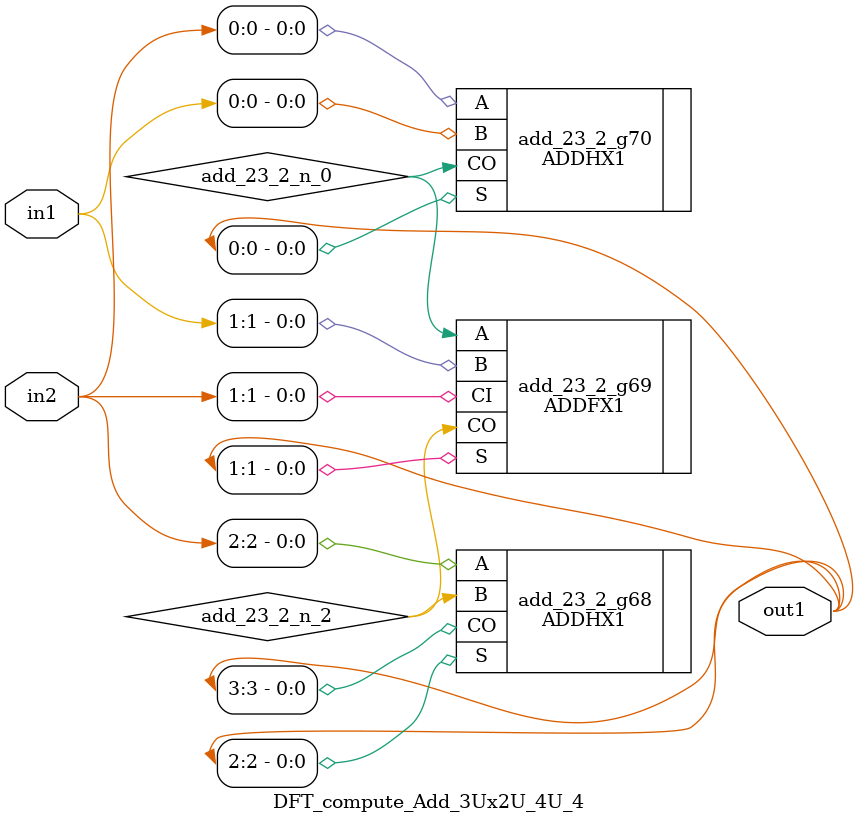
<source format=v>
`timescale 1ps / 1ps


module DFT_compute_Add_3Ux2U_4U_4(in2, in1, out1);
  input [2:0] in2;
  input [1:0] in1;
  output [3:0] out1;
  wire [2:0] in2;
  wire [1:0] in1;
  wire [3:0] out1;
  wire add_23_2_n_0, add_23_2_n_2;
  ADDHX1 add_23_2_g68(.A (in2[2]), .B (add_23_2_n_2), .CO (out1[3]), .S
       (out1[2]));
  ADDFX1 add_23_2_g69(.A (add_23_2_n_0), .B (in1[1]), .CI (in2[1]), .CO
       (add_23_2_n_2), .S (out1[1]));
  ADDHX1 add_23_2_g70(.A (in2[0]), .B (in1[0]), .CO (add_23_2_n_0), .S
       (out1[0]));
endmodule



</source>
